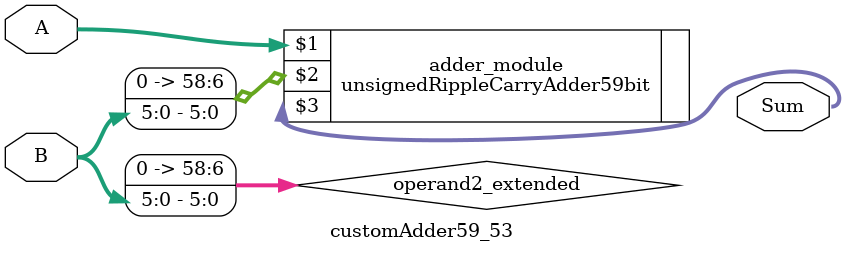
<source format=v>
module customAdder59_53(
                        input [58 : 0] A,
                        input [5 : 0] B,
                        
                        output [59 : 0] Sum
                );

        wire [58 : 0] operand2_extended;
        
        assign operand2_extended =  {53'b0, B};
        
        unsignedRippleCarryAdder59bit adder_module(
            A,
            operand2_extended,
            Sum
        );
        
        endmodule
        
</source>
